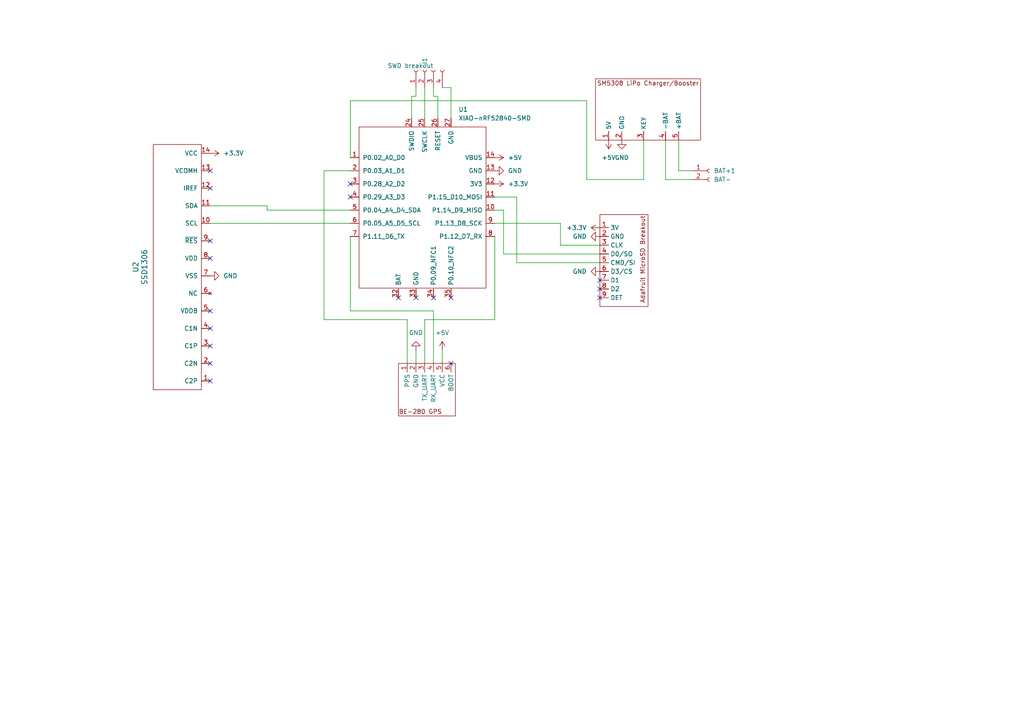
<source format=kicad_sch>
(kicad_sch (version 20250114) (generator "eeschema") (generator_version "9.0")
  (paper "A4")
  (title_block (date "2026-02-26"))
  (lib_symbols
    (symbol "Connector:Conn_01x02_Socket" (pin_names (offset 1.016) (hide yes))
      (property "Reference" "BAT+1" (at 1.27 0.0001 0))
      (property "Value" "BAT-" (at 1.27 -2.5399 0))
      (symbol "Conn_01x02_Socket_1_1"
        (polyline (pts (xy -1.27 0) (xy -0.508 0)) (stroke (width 0.1524)))
        (polyline (pts (xy -1.27 -2.54) (xy -0.508 -2.54)) (stroke (width 0.1524)))
        (arc (start 0 -0.508) (mid -0.5058 0) (end 0 0.508) (stroke (width 0.1524)))
        (arc (start 0 -3.048) (mid -0.5058 -2.54) (end 0 -2.032) (stroke (width 0.1524)))
        (pin power_out line (at -5.08 0 0) (length 3.81) (name "Pin_1") (number "1"))
        (pin power_out line (at -5.08 -2.54 0) (length 3.81) (name "Pin_2") (number "2"))
      )
    )
    (symbol "Connector:Conn_01x04_Socket" (pin_names (offset 1.016) (hide yes))
      (property "Reference" "J" (at 0 5.08 0))
      (property "Value" "Conn_01x04_Socket" (at 0 -7.62 0))
      (symbol "Conn_01x04_Socket_1_1"
        (polyline (pts (xy -1.27 2.54) (xy -0.508 2.54)) (stroke (width 0.1524)))
        (polyline (pts (xy -1.27 0) (xy -0.508 0)) (stroke (width 0.1524)))
        (polyline (pts (xy -1.27 -2.54) (xy -0.508 -2.54)) (stroke (width 0.1524)))
        (polyline (pts (xy -1.27 -5.08) (xy -0.508 -5.08)) (stroke (width 0.1524)))
        (arc (start 0 2.032) (mid -0.5058 2.54) (end 0 3.048) (stroke (width 0.1524)))
        (arc (start 0 -0.508) (mid -0.5058 0) (end 0 0.508) (stroke (width 0.1524)))
        (arc (start 0 -3.048) (mid -0.5058 -2.54) (end 0 -2.032) (stroke (width 0.1524)))
        (arc (start 0 -5.588) (mid -0.5058 -5.08) (end 0 -4.572) (stroke (width 0.1524)))
        (pin passive line (at -5.08 2.54 0) (length 3.81) (name "Pin_1") (number "1"))
        (pin passive line (at -5.08 0 0) (length 3.81) (name "Pin_2") (number "2"))
        (pin passive line (at -5.08 -2.54 0) (length 3.81) (name "Pin_3") (number "3"))
        (pin passive line (at -5.08 -5.08 0) (length 3.81) (name "Pin_4") (number "4"))
      )
    )
    (symbol "SSD1306_OLED-0.91-128x32:SSD1306" (pin_names (offset 1.016))
      (property "Reference" "U" (at 34.29 15.24 0))
      (property "Value" "SSD1306" (at -34.29 15.24 0))
      (symbol "SSD1306_0_1"
        (rectangle (start -35.56 16.51) (end 35.56 2.54))
      )
      (symbol "SSD1306_1_1"
        (pin input line (at -33.02 0 90) (length 2.54) (name "C2P") (number "1"))
        (pin input line (at -27.94 0 90) (length 2.54) (name "C2N") (number "2"))
        (pin input line (at -22.86 0 90) (length 2.54) (name "C1P") (number "3"))
        (pin input line (at -17.78 0 90) (length 2.54) (name "C1N") (number "4"))
        (pin input line (at -12.7 0 90) (length 2.54) (name "VDDB") (number "5"))
        (pin no_connect line (at -7.62 0 90) (length 2.54) (name "NC") (number "6"))
        (pin output line (at -2.54 0 90) (length 2.54) (name "VSS") (number "7"))
        (pin input line (at 2.54 0 90) (length 2.54) (name "VDD") (number "8"))
        (pin input line (at 7.62 0 90) (length 2.54) (name "~{RES}") (number "9"))
        (pin input line (at 12.7 0 90) (length 2.54) (name "SCL") (number "10"))
        (pin input line (at 17.78 0 90) (length 2.54) (name "SDA") (number "11"))
        (pin input line (at 22.86 0 90) (length 2.54) (name "IREF") (number "12"))
        (pin input line (at 27.94 0 90) (length 2.54) (name "VCOMH") (number "13"))
        (pin input line (at 33.02 0 90) (length 2.54) (name "VCC") (number "14"))
      )
    )
    (symbol "XIAO Symbols:XIAO-nRF52840-SMD" (pin_names (offset 1.016))
      (property "Reference" "U" (at -18.542 31.242 0))
      (property "Value" "XIAO-nRF52840-SMD" (at -8.636 29.21 0))
      (symbol "XIAO-nRF52840-SMD_0_1"
        (rectangle (start -19.05 27.94) (end 17.78 -18.796))
      )
      (symbol "XIAO-nRF52840-SMD_1_0"
        (pin passive line (at -21.59 19.05 0) (length 2.54) (name "P0.02_A0_D0") (number "1"))
        (pin passive line (at -21.59 15.24 0) (length 2.54) (name "P0.03_A1_D1") (number "2"))
        (pin passive line (at -21.59 11.43 0) (length 2.54) (name "P0.28_A2_D2") (number "3"))
        (pin passive line (at -21.59 7.62 0) (length 2.54) (name "P0.29_A3_D3") (number "4"))
        (pin passive line (at -21.59 3.81 0) (length 2.54) (name "P0.04_A4_D4_SDA") (number "5"))
        (pin passive line (at -21.59 0 0) (length 2.54) (name "P0.05_A5_D5_SCL") (number "6"))
        (pin passive line (at -21.59 -3.81 0) (length 2.54) (name "P1.11_D6_TX") (number "7"))
        (pin passive line (at 20.32 19.05 180) (length 2.54) (name "VBUS") (number "14"))
        (pin passive line (at 20.32 15.24 180) (length 2.54) (name "GND") (number "13"))
        (pin passive line (at 20.32 11.43 180) (length 2.54) (name "3V3") (number "12"))
        (pin passive line (at 20.32 7.62 180) (length 2.54) (name "P1.15_D10_MOSI") (number "11"))
        (pin passive line (at 20.32 3.81 180) (length 2.54) (name "P1.14_D9_MISO") (number "10"))
        (pin passive line (at 20.32 0 180) (length 2.54) (name "P1.13_D8_SCK") (number "9"))
        (pin passive line (at 20.32 -3.81 180) (length 2.54) (name "P1.12_D7_RX") (number "8"))
      )
      (symbol "XIAO-nRF52840-SMD_1_1"
        (pin passive line (at -7.62 -21.59 90) (length 2.54) (name "BAT") (number "32"))
        (pin passive line (at -3.81 30.48 270) (length 2.54) (name "SWDIO") (number "24"))
        (pin passive line (at -2.54 -21.59 90) (length 2.54) (name "GND") (number "33"))
        (pin passive line (at 0 30.48 270) (length 2.54) (name "SWCLK") (number "25"))
        (pin passive line (at 2.54 -21.59 90) (length 2.54) (name "P0.09_NFC1") (number "34"))
        (pin passive line (at 3.81 30.48 270) (length 2.54) (name "RESET") (number "26"))
        (pin passive line (at 7.62 30.48 270) (length 2.54) (name "GND") (number "27"))
        (pin passive line (at 7.62 -21.59 90) (length 2.54) (name "P0.10_NFC2") (number "35"))
      )
    )
    (symbol "diy:Adafruit_MicroSD_Breakout"
      (symbol "Adafruit_MicroSD_Breakout_0_1"
        (rectangle (start -5.08 6.35) (end 8.89 -20.32))
      )
      (symbol "Adafruit_MicroSD_Breakout_1_1"
        (text "Adafruit MicroSD Breakout" (at 7.366 -6.604 900) (effects (font (size 1.27 1.27))))
        (pin power_in line (at -5.08 2.54 0) (length 2.54) (name "3V") (number "1"))
        (pin power_in line (at -5.08 0 0) (length 2.54) (name "GND") (number "2"))
        (pin input line (at -5.08 -2.54 0) (length 2.54) (name "CLK") (number "3"))
        (pin input line (at -5.08 -5.08 0) (length 2.54) (name "D0/SO") (number "4"))
        (pin input line (at -5.08 -7.62 0) (length 2.54) (name "CMD/SI") (number "5"))
        (pin input line (at -5.08 -10.16 0) (length 2.54) (name "D3/CS") (number "6"))
        (pin input line (at -5.08 -12.7 0) (length 2.54) (name "D1") (number "7"))
        (pin input line (at -5.08 -15.24 0) (length 2.54) (name "D2") (number "8"))
        (pin input line (at -5.08 -17.78 0) (length 2.54) (name "DET") (number "9"))
      )
    )
    (symbol "diy:BE-280_GPS"
      (symbol "BE-280_GPS_0_1"
        (rectangle (start -7.62 7.62) (end 8.89 -7.62))
      )
      (symbol "BE-280_GPS_1_1"
        (text "BE-280 GPS" (at -1.27 6.35 0) (effects (font (size 1.27 1.27))))
        (pin output line (at -5.08 -7.62 90) (length 2.54) (name "PPS") (number "1"))
        (pin power_in line (at -2.54 -7.62 90) (length 2.54) (name "GND") (number "2"))
        (pin output line (at 0 -7.62 90) (length 2.54) (name "TX_UART") (number "3"))
        (pin input line (at 2.54 -7.62 90) (length 2.54) (name "RX_UART") (number "4"))
        (pin power_in line (at 5.08 -7.62 90) (length 2.54) (name "VCC") (number "5"))
        (pin input line (at 7.62 -7.62 90) (length 2.54) (name "BOOT") (number "6"))
      )
    )
    (symbol "diy:SM5308_LiPo_Charger"
      (symbol "SM5308_LiPo_Charger_0_1"
        (rectangle (start -15.24 7.62) (end 15.24 -10.16))
      )
      (symbol "SM5308_LiPo_Charger_1_1"
        (text "SM5308 LiPo Charger/Booster" (at 0 6.35 0) (effects (font (size 1.27 1.27))))
        (pin power_out line (at -11.43 -10.16 90) (length 2.54) (name "5V") (number "1"))
        (pin power_out line (at -7.62 -10.16 90) (length 2.54) (name "GND") (number "2"))
        (pin input line (at -1.27 -10.16 90) (length 2.54) (name "KEY") (number "3"))
        (pin power_in line (at 5.08 -10.16 90) (length 2.54) (name "-BAT") (number "4"))
        (pin power_in line (at 8.89 -10.16 90) (length 2.54) (name "+BAT") (number "5"))
      )
    )
    (symbol "power:+3.3V" (power) (pin_numbers (hide yes)) (pin_names (offset 0) (hide yes))
      (property "Value" "+3.3V" (at 0 3.556 0))
      (symbol "+3.3V_0_1"
        (polyline (pts (xy -0.762 1.27) (xy 0 2.54)))
        (polyline (pts (xy 0 2.54) (xy 0.762 1.27)))
        (polyline (pts (xy 0 0) (xy 0 2.54)))
      )
      (symbol "+3.3V_1_1"
        (pin power_in line (at 0 0 90) (length 0) (name "~") (number "1"))
      )
    )
    (symbol "power:+5V" (power) (pin_numbers (hide yes)) (pin_names (offset 0) (hide yes))
      (property "Value" "+5V" (at 0 3.556 0))
      (symbol "+5V_0_1"
        (polyline (pts (xy -0.762 1.27) (xy 0 2.54)))
        (polyline (pts (xy 0 2.54) (xy 0.762 1.27)))
        (polyline (pts (xy 0 0) (xy 0 2.54)))
      )
      (symbol "+5V_1_1"
        (pin power_in line (at 0 0 90) (length 0) (name "~") (number "1"))
      )
    )
    (symbol "power:GND" (power) (pin_numbers (hide yes)) (pin_names (offset 0) (hide yes))
      (property "Value" "GND" (at 0 -3.81 0))
      (symbol "GND_0_1"
        (polyline (pts (xy 0 0) (xy 0 -1.27) (xy 1.27 -1.27) (xy 0 -2.54) (xy -1.27 -1.27) (xy 0 -1.27)))
      )
      (symbol "GND_1_1"
        (pin power_in line (at 0 0 270) (length 0) (name "~") (number "1"))
      )
    )
  )
  (no_connect (at 60.96 105.41))
  (no_connect (at 130.81 105.41))
  (no_connect (at 60.96 74.93))
  (no_connect (at 60.96 95.25))
  (no_connect (at 125.73 86.36))
  (no_connect (at 60.96 69.85))
  (no_connect (at 60.96 110.49))
  (no_connect (at 173.99 81.28))
  (no_connect (at 130.81 86.36))
  (no_connect (at 101.6 53.34))
  (no_connect (at 173.99 83.82))
  (no_connect (at 60.96 90.17))
  (no_connect (at 115.57 86.36))
  (no_connect (at 60.96 54.61))
  (no_connect (at 120.65 86.36))
  (no_connect (at 173.99 86.36))
  (no_connect (at 60.96 100.33))
  (no_connect (at 101.6 57.15))
  (no_connect (at 60.96 49.53))
  (wire (pts (xy 101.6 45.72) (xy 101.6 29.21)))
  (wire (pts (xy 125.73 27.94) (xy 125.73 25.4)))
  (wire (pts (xy 143.51 92.71) (xy 143.51 68.58)))
  (wire (pts (xy 123.19 105.41) (xy 123.19 92.71)))
  (wire (pts (xy 125.73 105.41) (xy 125.73 90.17)))
  (wire (pts (xy 196.85 49.53) (xy 200.66 49.53)))
  (wire (pts (xy 101.6 29.21) (xy 170.18 29.21)))
  (wire (pts (xy 127 27.94) (xy 125.73 27.94)))
  (wire (pts (xy 123.19 25.4) (xy 123.19 34.29)))
  (wire (pts (xy 196.85 40.64) (xy 196.85 49.53)))
  (wire (pts (xy 120.65 27.94) (xy 120.65 25.4)))
  (wire (pts (xy 127 34.29) (xy 127 27.94)))
  (wire (pts (xy 77.47 59.69) (xy 77.47 60.96)))
  (wire (pts (xy 118.11 105.41) (xy 118.11 92.71)))
  (wire (pts (xy 123.19 92.71) (xy 143.51 92.71)))
  (wire (pts (xy 146.05 73.66) (xy 146.05 60.96)))
  (wire (pts (xy 149.86 76.2) (xy 173.99 76.2)))
  (wire (pts (xy 119.38 34.29) (xy 119.38 27.94)))
  (wire (pts (xy 149.86 57.15) (xy 149.86 76.2)))
  (wire (pts (xy 101.6 90.17) (xy 101.6 68.58)))
  (wire (pts (xy 186.69 52.07) (xy 186.69 40.64)))
  (wire (pts (xy 173.99 73.66) (xy 146.05 73.66)))
  (wire (pts (xy 162.56 64.77) (xy 162.56 71.12)))
  (wire (pts (xy 193.04 40.64) (xy 193.04 52.07)))
  (wire (pts (xy 118.11 92.71) (xy 93.98 92.71)))
  (wire (pts (xy 170.18 29.21) (xy 170.18 52.07)))
  (wire (pts (xy 93.98 49.53) (xy 101.6 49.53)))
  (wire (pts (xy 143.51 57.15) (xy 149.86 57.15)))
  (wire (pts (xy 162.56 71.12) (xy 173.99 71.12)))
  (wire (pts (xy 77.47 59.69) (xy 60.96 59.69)))
  (wire (pts (xy 60.96 64.77) (xy 101.6 64.77)))
  (wire (pts (xy 143.51 64.77) (xy 162.56 64.77)))
  (wire (pts (xy 128.27 105.41) (xy 128.27 101.6)))
  (wire (pts (xy 146.05 60.96) (xy 143.51 60.96)))
  (wire (pts (xy 193.04 52.07) (xy 200.66 52.07)))
  (wire (pts (xy 125.73 90.17) (xy 101.6 90.17)))
  (wire (pts (xy 130.81 34.29) (xy 130.81 25.4)))
  (wire (pts (xy 120.65 101.6) (xy 120.65 105.41)))
  (wire (pts (xy 101.6 60.96) (xy 77.47 60.96)))
  (wire (pts (xy 170.18 52.07) (xy 186.69 52.07)))
  (wire (pts (xy 130.81 25.4) (xy 128.27 25.4)))
  (wire (pts (xy 119.38 27.94) (xy 120.65 27.94)))
  (wire (pts (xy 93.98 92.71) (xy 93.98 49.53)))
  (symbol (lib_id "power:+3.3V") (at 173.99 66.04 90) (unit 1)
    (property "Reference" "#PWR07" (effects (hide yes)))
    (property "Value" "+3.3V" (at 170.18 66.0399 90) (effects (justify left)))
    (property "Description" "Power symbol creates a global label with name \"+3.3V\"" (effects (hide yes)))
  )
  (symbol (lib_id "diy:BE-280_GPS") (at 123.19 113.03 0) (mirror x) (unit 1)
    (property "Reference" "U4" (effects (hide yes)))
    (property "Value" "BE-280" (effects (hide yes)))
    (property "Footprint" "diy_recreations:BE-280 GPS" (effects (hide yes)))
  )
  (symbol (lib_id "power:GND") (at 120.65 101.6 0) (mirror x) (unit 1)
    (property "Reference" "#PWR04" (effects (hide yes)))
    (property "Value" "GND" (at 120.65 96.52 0))
    (property "Description" "Power symbol creates a global label with name \"GND\" , ground" (effects (hide yes)))
  )
  (symbol (lib_id "SSD1306_OLED-0.91-128x32:SSD1306") (at 60.96 77.47 90) (unit 1)
    (property "Reference" "U2" (at 39.37 77.47 0) (effects (font (size 1.524 1.524))))
    (property "Value" "SSD1306" (at 41.91 77.47 0) (effects (font (size 1.524 1.524))))
    (property "Footprint" "diy_recreations:SSD1306" (effects (hide yes)))
  )
  (symbol (lib_id "power:GND") (at 180.34 40.64 0) (mirror y) (unit 1)
    (property "Reference" "#PWR05" (effects (hide yes)))
    (property "Value" "GND" (at 180.34 45.72 0))
    (property "Description" "Power symbol creates a global label with name \"GND\" , ground" (effects (hide yes)))
  )
  (symbol (lib_id "power:GND") (at 143.51 49.53 90) (mirror x) (unit 1)
    (property "Reference" "#PWR06" (effects (hide yes)))
    (property "Value" "GND" (at 147.32 49.5299 90) (effects (justify right)))
    (property "Description" "Power symbol creates a global label with name \"GND\" , ground" (effects (hide yes)))
  )
  (symbol (lib_id "power:GND") (at 173.99 78.74 270) (mirror x) (unit 1)
    (property "Reference" "#PWR012" (effects (hide yes)))
    (property "Value" "GND" (at 170.18 78.7399 90) (effects (justify right)))
    (property "Description" "Power symbol creates a global label with name \"GND\" , ground" (effects (hide yes)))
  )
  (symbol (lib_id "Connector:Conn_01x02_Socket") (at 205.74 49.53 0) (unit 1)
    (property "Reference" "BAT+1" (at 207.01 49.5299 0) (effects (justify left)))
    (property "Value" "BAT-" (at 207.01 52.0699 0) (effects (justify left)))
    (property "Footprint" "diy_recreations:Battery Header" (effects (hide yes)))
    (property "Description" "Generic connector, single row, 01x02, script generated" (effects (hide yes)))
  )
  (symbol (lib_id "Connector:Conn_01x04_Socket") (at 123.19 20.32 90) (unit 1)
    (property "Reference" "J1" (at 123.1899 19.05 0) (effects (justify left)))
    (property "Value" "SWD breakout" (at 125.7299 19.05 90) (effects (justify left)))
    (property "Footprint" "diy_recreations:SWD breakout" (effects (hide yes)))
    (property "Description" "Generic connector, single row, 01x04, script generated" (effects (hide yes)))
  )
  (symbol (lib_id "power:+5V") (at 176.53 40.64 180) (unit 1)
    (property "Reference" "#PWR03" (effects (hide yes)))
    (property "Value" "+5V" (at 176.53 45.72 0))
    (property "Description" "Power symbol creates a global label with name \"+5V\"" (effects (hide yes)))
  )
  (symbol (lib_id "power:+5V") (at 128.27 101.6 0) (unit 1)
    (property "Reference" "#PWR02" (effects (hide yes)))
    (property "Value" "+5V" (at 128.27 96.52 0))
    (property "Description" "Power symbol creates a global label with name \"+5V\"" (effects (hide yes)))
  )
  (symbol (lib_id "diy:SM5308_LiPo_Charger") (at 187.96 30.48 0) (unit 1)
    (property "Reference" "U3" (effects (hide yes)))
    (property "Value" "SM5308 LiPo" (effects (hide yes)))
    (property "Footprint" "diy_recreations:SM5308 LiPo charger" (effects (hide yes)))
  )
  (symbol (lib_id "power:+3.3V") (at 143.51 53.34 270) (unit 1)
    (property "Reference" "#PWR08" (effects (hide yes)))
    (property "Value" "+3.3V" (at 147.32 53.3399 90) (effects (justify left)))
    (property "Description" "Power symbol creates a global label with name \"+3.3V\"" (effects (hide yes)))
  )
  (symbol (lib_id "power:GND") (at 173.99 68.58 270) (mirror x) (unit 1)
    (property "Reference" "#PWR011" (effects (hide yes)))
    (property "Value" "GND" (at 170.18 68.5799 90) (effects (justify right)))
    (property "Description" "Power symbol creates a global label with name \"GND\" , ground" (effects (hide yes)))
  )
  (symbol (lib_id "power:+3.3V") (at 60.96 44.45 270) (unit 1)
    (property "Reference" "#PWR09" (effects (hide yes)))
    (property "Value" "+3.3V" (at 64.77 44.4499 90) (effects (justify left)))
    (property "Description" "Power symbol creates a global label with name \"+3.3V\"" (effects (hide yes)))
  )
  (symbol (lib_id "power:+5V") (at 143.51 45.72 270) (unit 1)
    (property "Reference" "#PWR01" (effects (hide yes)))
    (property "Value" "+5V" (at 147.32 45.7199 90) (effects (justify left)))
    (property "Description" "Power symbol creates a global label with name \"+5V\"" (effects (hide yes)))
  )
  (symbol (lib_id "XIAO Symbols:XIAO-nRF52840-SMD") (at 123.19 64.77 0) (unit 1)
    (property "Reference" "U1" (at 132.9533 31.75 0) (effects (justify left)))
    (property "Value" "XIAO-nRF52840-SMD" (at 132.9533 34.29 0) (effects (justify left)))
    (property "Footprint" "XIAO_Series_Footprints:XIAO-nRF52840-SMD" (effects (hide yes)))
  )
  (symbol (lib_id "power:GND") (at 60.96 80.01 90) (mirror x) (unit 1)
    (property "Reference" "#PWR010" (effects (hide yes)))
    (property "Value" "GND" (at 64.77 80.0099 90) (effects (justify right)))
    (property "Description" "Power symbol creates a global label with name \"GND\" , ground" (effects (hide yes)))
  )
  (symbol (lib_id "diy:Adafruit_MicroSD_Breakout") (at 179.07 68.58 0) (unit 1)
    (property "Reference" "U5" (effects (hide yes)))
    (property "Value" "SD Breakout" (effects (hide yes)))
    (property "Footprint" "diy_recreations:Adafruit SD Breakout" (effects (hide yes)))
  )
)
</source>
